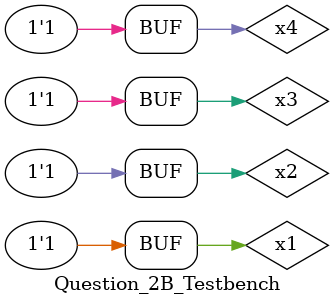
<source format=v>
module Question_2B_Testbench();
	
	reg x1,x2,x3,x4; //be carefull to not change the size of Reg in testbench vs code
	wire a,b,c,f;
	
	Question_2B psichico(.x1(x1), .x2(x2), .x3(x3), .x4(x4), .a(a), .b(b), .c(c), .f(f));
	
		initial begin
		
			#20;
			x1 = 1'b0;
			x2 = 1'b0;
			x3 = 1'b0;
			x4 = 1'b0;
			#20;
			x1 = 1'b1;
			x2 = 1'b0;
			x3 = 1'b1;
			x4 = 1'b0;
			#20;
			x1 = 1'b0;
			x2 = 1'b1;
			x3 = 1'b0;
			x4 = 1'b1;
			#20;
			x1 = 1'b1;
			x2 = 1'b1;
			x3 = 1'b0;
			x4 = 1'b0;
			#20;
			x1 = 1'b0;
			x2 = 1'b0;
			x3 = 1'b1;
			x4 = 1'b1;
			#20;
			x1 = 1'b1;
			x2 = 1'b1;
			x3 = 1'b1;
			x4 = 1'b1;
			#20;
		end
endmodule
			
</source>
